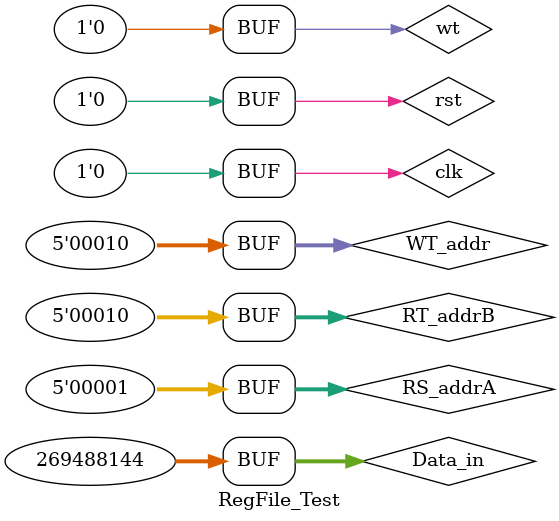
<source format=v>
`timescale 1ns / 1ps


module RegFile_Test;

	// Inputs
	reg clk;
	reg rst;
	reg wt;
	reg [31:0] Data_in;
	reg [4:0] RS_addrA;
	reg [4:0] RT_addrB;
	reg [4:0] WT_addr;

	// Outputs
	wire [31:0] R_dataA;
	wire [31:0] R_dataB;

	// Instantiate the Unit Under Test (UUT)
	RegFile uut (
		.clk(clk), 
		.rst(rst), 
		.wt(wt), 
		.Data_in(Data_in), 
		.RS_addrA(RS_addrA), 
		.RT_addrB(RT_addrB), 
		.WT_addr(WT_addr), 
		.R_dataA(R_dataA), 
		.R_dataB(R_dataB)
	);

	initial begin
		// Initialize Inputs
		clk = 0;
		rst = 0;
		wt = 0;
		Data_in = 0;
		RS_addrA = 0;
		RT_addrB = 0;
		WT_addr = 0;

		// Wait 100 ns for global reset to finish
		#100;
        
		// Add stimulus here
		wt = 1;  //w
		WT_addr = 5'b00001;
		Data_in = 32'h01010101;
		
		#100;    //w
		wt = 1;
		WT_addr = 5'b00010;
		Data_in = 32'h10101010;	
		
		#100;     //r
		wt = 0;
		RS_addrA = 5'b00001;
		RT_addrB = 5'b00010;	
		
	end
 
		always begin 
		clk=1;
		#20;
		clk=0;
		#20;
		end
endmodule


</source>
